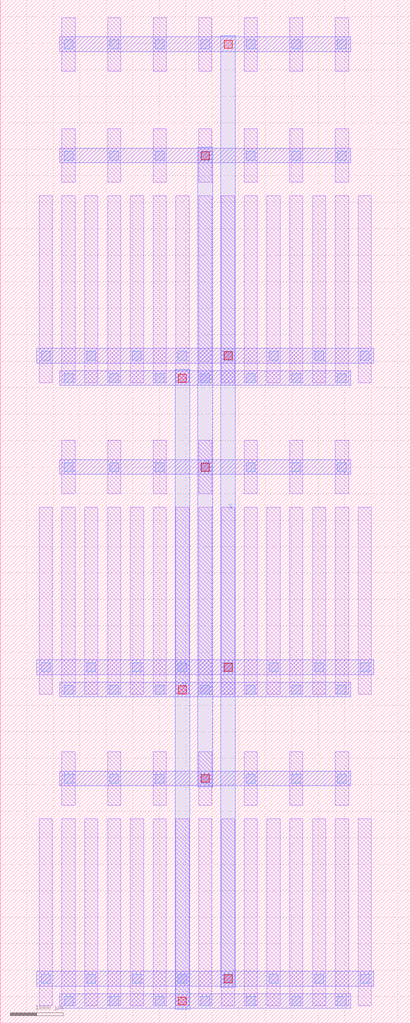
<source format=lef>
MACRO PMOS_S_7793777_X7_Y3
  UNITS 
    DATABASE MICRONS UNITS 1000;
  END UNITS 
  ORIGIN 0 0 ;
  FOREIGN PMOS_S_7793777_X7_Y3 0 0 ;
  SIZE 7740 BY 19320 ;
  PIN D
    DIRECTION INOUT ;
    USE SIGNAL ;
    PORT
      LAYER M3 ;
        RECT 3300 260 3580 12340 ;
    END
  END D
  PIN G
    DIRECTION INOUT ;
    USE SIGNAL ;
    PORT
      LAYER M3 ;
        RECT 3730 4460 4010 16540 ;
    END
  END G
  PIN S
    DIRECTION INOUT ;
    USE SIGNAL ;
    PORT
      LAYER M3 ;
        RECT 4160 680 4440 18640 ;
    END
  END S
  OBS
    LAYER M1 ;
      RECT 1165 335 1415 3865 ;
    LAYER M1 ;
      RECT 1165 4115 1415 5125 ;
    LAYER M1 ;
      RECT 1165 6215 1415 9745 ;
    LAYER M1 ;
      RECT 1165 9995 1415 11005 ;
    LAYER M1 ;
      RECT 1165 12095 1415 15625 ;
    LAYER M1 ;
      RECT 1165 15875 1415 16885 ;
    LAYER M1 ;
      RECT 1165 17975 1415 18985 ;
    LAYER M1 ;
      RECT 735 335 985 3865 ;
    LAYER M1 ;
      RECT 735 6215 985 9745 ;
    LAYER M1 ;
      RECT 735 12095 985 15625 ;
    LAYER M1 ;
      RECT 1595 335 1845 3865 ;
    LAYER M1 ;
      RECT 1595 6215 1845 9745 ;
    LAYER M1 ;
      RECT 1595 12095 1845 15625 ;
    LAYER M1 ;
      RECT 2025 335 2275 3865 ;
    LAYER M1 ;
      RECT 2025 4115 2275 5125 ;
    LAYER M1 ;
      RECT 2025 6215 2275 9745 ;
    LAYER M1 ;
      RECT 2025 9995 2275 11005 ;
    LAYER M1 ;
      RECT 2025 12095 2275 15625 ;
    LAYER M1 ;
      RECT 2025 15875 2275 16885 ;
    LAYER M1 ;
      RECT 2025 17975 2275 18985 ;
    LAYER M1 ;
      RECT 2455 335 2705 3865 ;
    LAYER M1 ;
      RECT 2455 6215 2705 9745 ;
    LAYER M1 ;
      RECT 2455 12095 2705 15625 ;
    LAYER M1 ;
      RECT 2885 335 3135 3865 ;
    LAYER M1 ;
      RECT 2885 4115 3135 5125 ;
    LAYER M1 ;
      RECT 2885 6215 3135 9745 ;
    LAYER M1 ;
      RECT 2885 9995 3135 11005 ;
    LAYER M1 ;
      RECT 2885 12095 3135 15625 ;
    LAYER M1 ;
      RECT 2885 15875 3135 16885 ;
    LAYER M1 ;
      RECT 2885 17975 3135 18985 ;
    LAYER M1 ;
      RECT 3315 335 3565 3865 ;
    LAYER M1 ;
      RECT 3315 6215 3565 9745 ;
    LAYER M1 ;
      RECT 3315 12095 3565 15625 ;
    LAYER M1 ;
      RECT 3745 335 3995 3865 ;
    LAYER M1 ;
      RECT 3745 4115 3995 5125 ;
    LAYER M1 ;
      RECT 3745 6215 3995 9745 ;
    LAYER M1 ;
      RECT 3745 9995 3995 11005 ;
    LAYER M1 ;
      RECT 3745 12095 3995 15625 ;
    LAYER M1 ;
      RECT 3745 15875 3995 16885 ;
    LAYER M1 ;
      RECT 3745 17975 3995 18985 ;
    LAYER M1 ;
      RECT 4175 335 4425 3865 ;
    LAYER M1 ;
      RECT 4175 6215 4425 9745 ;
    LAYER M1 ;
      RECT 4175 12095 4425 15625 ;
    LAYER M1 ;
      RECT 4605 335 4855 3865 ;
    LAYER M1 ;
      RECT 4605 4115 4855 5125 ;
    LAYER M1 ;
      RECT 4605 6215 4855 9745 ;
    LAYER M1 ;
      RECT 4605 9995 4855 11005 ;
    LAYER M1 ;
      RECT 4605 12095 4855 15625 ;
    LAYER M1 ;
      RECT 4605 15875 4855 16885 ;
    LAYER M1 ;
      RECT 4605 17975 4855 18985 ;
    LAYER M1 ;
      RECT 5035 335 5285 3865 ;
    LAYER M1 ;
      RECT 5035 6215 5285 9745 ;
    LAYER M1 ;
      RECT 5035 12095 5285 15625 ;
    LAYER M1 ;
      RECT 5465 335 5715 3865 ;
    LAYER M1 ;
      RECT 5465 4115 5715 5125 ;
    LAYER M1 ;
      RECT 5465 6215 5715 9745 ;
    LAYER M1 ;
      RECT 5465 9995 5715 11005 ;
    LAYER M1 ;
      RECT 5465 12095 5715 15625 ;
    LAYER M1 ;
      RECT 5465 15875 5715 16885 ;
    LAYER M1 ;
      RECT 5465 17975 5715 18985 ;
    LAYER M1 ;
      RECT 5895 335 6145 3865 ;
    LAYER M1 ;
      RECT 5895 6215 6145 9745 ;
    LAYER M1 ;
      RECT 5895 12095 6145 15625 ;
    LAYER M1 ;
      RECT 6325 335 6575 3865 ;
    LAYER M1 ;
      RECT 6325 4115 6575 5125 ;
    LAYER M1 ;
      RECT 6325 6215 6575 9745 ;
    LAYER M1 ;
      RECT 6325 9995 6575 11005 ;
    LAYER M1 ;
      RECT 6325 12095 6575 15625 ;
    LAYER M1 ;
      RECT 6325 15875 6575 16885 ;
    LAYER M1 ;
      RECT 6325 17975 6575 18985 ;
    LAYER M1 ;
      RECT 6755 335 7005 3865 ;
    LAYER M1 ;
      RECT 6755 6215 7005 9745 ;
    LAYER M1 ;
      RECT 6755 12095 7005 15625 ;
    LAYER M2 ;
      RECT 1120 280 6620 560 ;
    LAYER M2 ;
      RECT 1120 4480 6620 4760 ;
    LAYER M2 ;
      RECT 690 700 7050 980 ;
    LAYER M2 ;
      RECT 1120 6160 6620 6440 ;
    LAYER M2 ;
      RECT 1120 10360 6620 10640 ;
    LAYER M2 ;
      RECT 690 6580 7050 6860 ;
    LAYER M2 ;
      RECT 1120 12040 6620 12320 ;
    LAYER M2 ;
      RECT 1120 16240 6620 16520 ;
    LAYER M2 ;
      RECT 1120 18340 6620 18620 ;
    LAYER M2 ;
      RECT 690 12460 7050 12740 ;
    LAYER V1 ;
      RECT 1205 335 1375 505 ;
    LAYER V1 ;
      RECT 1205 4535 1375 4705 ;
    LAYER V1 ;
      RECT 1205 6215 1375 6385 ;
    LAYER V1 ;
      RECT 1205 10415 1375 10585 ;
    LAYER V1 ;
      RECT 1205 12095 1375 12265 ;
    LAYER V1 ;
      RECT 1205 16295 1375 16465 ;
    LAYER V1 ;
      RECT 1205 18395 1375 18565 ;
    LAYER V1 ;
      RECT 2065 335 2235 505 ;
    LAYER V1 ;
      RECT 2065 4535 2235 4705 ;
    LAYER V1 ;
      RECT 2065 6215 2235 6385 ;
    LAYER V1 ;
      RECT 2065 10415 2235 10585 ;
    LAYER V1 ;
      RECT 2065 12095 2235 12265 ;
    LAYER V1 ;
      RECT 2065 16295 2235 16465 ;
    LAYER V1 ;
      RECT 2065 18395 2235 18565 ;
    LAYER V1 ;
      RECT 2925 335 3095 505 ;
    LAYER V1 ;
      RECT 2925 4535 3095 4705 ;
    LAYER V1 ;
      RECT 2925 6215 3095 6385 ;
    LAYER V1 ;
      RECT 2925 10415 3095 10585 ;
    LAYER V1 ;
      RECT 2925 12095 3095 12265 ;
    LAYER V1 ;
      RECT 2925 16295 3095 16465 ;
    LAYER V1 ;
      RECT 2925 18395 3095 18565 ;
    LAYER V1 ;
      RECT 3785 335 3955 505 ;
    LAYER V1 ;
      RECT 3785 4535 3955 4705 ;
    LAYER V1 ;
      RECT 3785 6215 3955 6385 ;
    LAYER V1 ;
      RECT 3785 10415 3955 10585 ;
    LAYER V1 ;
      RECT 3785 12095 3955 12265 ;
    LAYER V1 ;
      RECT 3785 16295 3955 16465 ;
    LAYER V1 ;
      RECT 3785 18395 3955 18565 ;
    LAYER V1 ;
      RECT 4645 335 4815 505 ;
    LAYER V1 ;
      RECT 4645 4535 4815 4705 ;
    LAYER V1 ;
      RECT 4645 6215 4815 6385 ;
    LAYER V1 ;
      RECT 4645 10415 4815 10585 ;
    LAYER V1 ;
      RECT 4645 12095 4815 12265 ;
    LAYER V1 ;
      RECT 4645 16295 4815 16465 ;
    LAYER V1 ;
      RECT 4645 18395 4815 18565 ;
    LAYER V1 ;
      RECT 5505 335 5675 505 ;
    LAYER V1 ;
      RECT 5505 4535 5675 4705 ;
    LAYER V1 ;
      RECT 5505 6215 5675 6385 ;
    LAYER V1 ;
      RECT 5505 10415 5675 10585 ;
    LAYER V1 ;
      RECT 5505 12095 5675 12265 ;
    LAYER V1 ;
      RECT 5505 16295 5675 16465 ;
    LAYER V1 ;
      RECT 5505 18395 5675 18565 ;
    LAYER V1 ;
      RECT 6365 335 6535 505 ;
    LAYER V1 ;
      RECT 6365 4535 6535 4705 ;
    LAYER V1 ;
      RECT 6365 6215 6535 6385 ;
    LAYER V1 ;
      RECT 6365 10415 6535 10585 ;
    LAYER V1 ;
      RECT 6365 12095 6535 12265 ;
    LAYER V1 ;
      RECT 6365 16295 6535 16465 ;
    LAYER V1 ;
      RECT 6365 18395 6535 18565 ;
    LAYER V1 ;
      RECT 775 755 945 925 ;
    LAYER V1 ;
      RECT 775 6635 945 6805 ;
    LAYER V1 ;
      RECT 775 12515 945 12685 ;
    LAYER V1 ;
      RECT 1635 755 1805 925 ;
    LAYER V1 ;
      RECT 1635 6635 1805 6805 ;
    LAYER V1 ;
      RECT 1635 12515 1805 12685 ;
    LAYER V1 ;
      RECT 2495 755 2665 925 ;
    LAYER V1 ;
      RECT 2495 6635 2665 6805 ;
    LAYER V1 ;
      RECT 2495 12515 2665 12685 ;
    LAYER V1 ;
      RECT 3355 755 3525 925 ;
    LAYER V1 ;
      RECT 3355 6635 3525 6805 ;
    LAYER V1 ;
      RECT 3355 12515 3525 12685 ;
    LAYER V1 ;
      RECT 4215 755 4385 925 ;
    LAYER V1 ;
      RECT 4215 6635 4385 6805 ;
    LAYER V1 ;
      RECT 4215 12515 4385 12685 ;
    LAYER V1 ;
      RECT 5075 755 5245 925 ;
    LAYER V1 ;
      RECT 5075 6635 5245 6805 ;
    LAYER V1 ;
      RECT 5075 12515 5245 12685 ;
    LAYER V1 ;
      RECT 5935 755 6105 925 ;
    LAYER V1 ;
      RECT 5935 6635 6105 6805 ;
    LAYER V1 ;
      RECT 5935 12515 6105 12685 ;
    LAYER V1 ;
      RECT 6795 755 6965 925 ;
    LAYER V1 ;
      RECT 6795 6635 6965 6805 ;
    LAYER V1 ;
      RECT 6795 12515 6965 12685 ;
    LAYER V2 ;
      RECT 3365 345 3515 495 ;
    LAYER V2 ;
      RECT 3365 6225 3515 6375 ;
    LAYER V2 ;
      RECT 3365 12105 3515 12255 ;
    LAYER V2 ;
      RECT 3795 4545 3945 4695 ;
    LAYER V2 ;
      RECT 3795 10425 3945 10575 ;
    LAYER V2 ;
      RECT 3795 16305 3945 16455 ;
    LAYER V2 ;
      RECT 4225 765 4375 915 ;
    LAYER V2 ;
      RECT 4225 6645 4375 6795 ;
    LAYER V2 ;
      RECT 4225 12525 4375 12675 ;
    LAYER V2 ;
      RECT 4225 18405 4375 18555 ;
  END
END PMOS_S_7793777_X7_Y3

</source>
